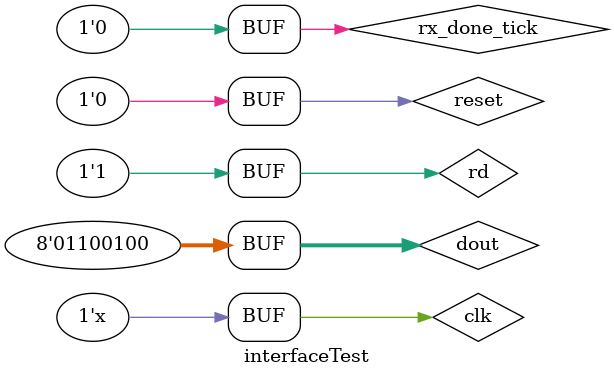
<source format=v>
`timescale 1ns / 1ps


module interfaceTest;

	// Inputs
	//reg [7:0] d_out;
	//reg rx_done;
	//reg rd;

	// Outputs
	//wire [7:0] r_data;
	//wire rx_empty;


     wire signed[7:0] a, b; 
	 reg [7:0] dout, leds, d_in;
	 wire [5:0] op;
	 wire rx_empty;
	 reg wr, s_tick, rx_done_tick, rd, tx_done_tick, tx_start, tx_full, clk, reset;
	 

    rx_interface int_rx (clk, reset,rx_done_tick, rd, dout, a, b, op, rx_empty);

    always 
        begin
            #5 clk = ~clk;            
        end
     initial
        begin
            clk = 0;
            reset = 1;
            rx_done_tick = 0;
            rd = 0;
            dout = 0;
            #20 reset = 0;          //#20
            
            #20 dout = 53;          // 5 #40
            rx_done_tick = 1;
            #20 rx_done_tick = 0;   // #60
            #20 dout = 102; // f    // #80
            rx_done_tick = 1;
            #20 rx_done_tick = 0;   // # 100
            #20 dout = 49; // 1     // #120
            rx_done_tick = 1;
            #20 rx_done_tick = 0;   // #140
            #20 dout = 48; // 0     // #160
            rx_done_tick = 1;
            #20 rx_done_tick = 0;   // #180
            #20 dout = 51; // 3     // #200
            rx_done_tick = 1;
            #20 rx_done_tick = 0;   // #220            
            #20 dout = 114; // s    // #240
            rx_done_tick = 1; 
            #20 rx_done_tick = 0;   // #260
            #20 dout = 43; // +     // #280
            rx_done_tick = 1;
            #20 rx_done_tick = 0;   // #300
            #20 dout = 111; // o    // #320
            rx_done_tick = 1;
            #20 rx_done_tick = 0;   // #340
            #20 dout = 100; // d    // #360
            rx_done_tick = 1;
            #20 rx_done_tick = 0;   // #380
            #30 rd = 1;             // #410
            rx_done_tick = 1;
            #20 rx_done_tick = 0;   // #430
            
        end

endmodule
</source>
